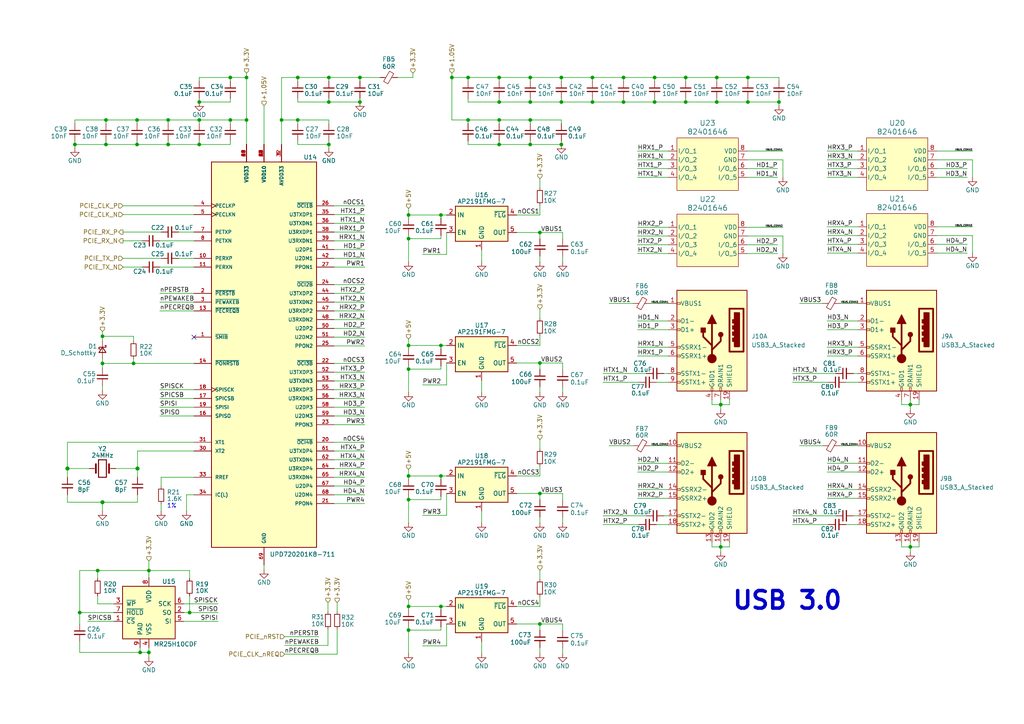
<source format=kicad_sch>
(kicad_sch (version 20230121) (generator eeschema)
  (paper "A4")
  (title_block (title "PiCubed Mainboard") (date "2024-02-27") (rev "01") (company "RExLab Carnegie Mellon University") (comment 1 "Neil Khera"))
  (lib_symbols
    (symbol "Connector:USB3_A_Stacked" (pin_names (offset 1.016))
      (property "Reference" "J" (at -10.16 15.24 0))
      (property "Value" "USB3_A_Stacked" (at 10.16 15.24 0))
      (symbol "USB3_A_Stacked_0_1"
        (pin passive line (at -5.08 -17.78 90) (length 2.54) (name "SHIELD") (number "19"))
      )
      (symbol "USB3_A_Stacked_1_1"
        (pin power_in line (at 12.7 10.16 180) (length 2.54) (name "VBUS1") (number "1"))
        (pin bidirectional line (at 12.7 5.08 180) (length 2.54) (name "D1-") (number "2"))
        (pin bidirectional line (at 12.7 2.54 180) (length 2.54) (name "D1+") (number "3"))
        (pin power_in line (at 0 -17.78 90) (length 2.54) (name "GND1") (number "4"))
        (pin output line (at 12.7 -2.54 180) (length 2.54) (name "SSRX1-") (number "5"))
        (pin output line (at 12.7 -5.08 180) (length 2.54) (name "SSRX1+") (number "6"))
        (pin passive line (at -2.54 -17.78 90) (length 2.54) (name "DRAIN1") (number "7"))
        (pin input line (at 12.7 -10.16 180) (length 2.54) (name "SSTX1-") (number "8"))
        (pin input line (at 12.7 -12.7 180) (length 2.54) (name "SSTX1+") (number "9"))
      )
      (symbol "USB3_A_Stacked_2_1"
        (pin power_in line (at 12.7 10.16 180) (length 2.54) (name "VBUS2") (number "10"))
        (pin bidirectional line (at 12.7 5.08 180) (length 2.54) (name "D2-") (number "11"))
        (pin bidirectional line (at 12.7 2.54 180) (length 2.54) (name "D2+") (number "12"))
        (pin power_in line (at 0 -17.78 90) (length 2.54) (name "GND2") (number "13"))
        (pin output line (at 12.7 -2.54 180) (length 2.54) (name "SSRX2-") (number "14"))
        (pin output line (at 12.7 -5.08 180) (length 2.54) (name "SSRX2+") (number "15"))
        (pin passive line (at -2.54 -17.78 90) (length 2.54) (name "DRAIN2") (number "16"))
        (pin input line (at 12.7 -10.16 180) (length 2.54) (name "SSTX2-") (number "17"))
        (pin input line (at 12.7 -12.7 180) (length 2.54) (name "SSTX2+") (number "18"))
      )
    )
    (symbol "Device:C_Small" (pin_numbers hide) (pin_names (offset 0.254) hide)
      (property "Reference" "C" (at 0.254 1.778 0))
      (property "Value" "C_Small" (at 0.254 -2.032 0))
      (symbol "C_Small_1_1"
        (pin passive line (at 0 2.54 270) (length 2.032) (name "~") (number "1"))
        (pin passive line (at 0 -2.54 90) (length 2.032) (name "~") (number "2"))
      )
    )
    (symbol "Device:Crystal" (pin_numbers hide) (pin_names hide)
      (property "Reference" "Y" (at 0 3.81 0))
      (property "Value" "Crystal" (at 0 -3.81 0))
      (symbol "Crystal_1_1"
        (pin passive line (at -3.81 0 0) (length 1.27) (name "1") (number "1"))
        (pin passive line (at 3.81 0 180) (length 1.27) (name "2") (number "2"))
      )
    )
    (symbol "Device:D_Schottky_Small" (pin_numbers hide) (pin_names (offset 0.254) hide)
      (property "Reference" "D" (at -1.27 2.032 0))
      (property "Value" "D_Schottky_Small" (at -7.112 -2.032 0))
      (symbol "D_Schottky_Small_1_1"
        (pin passive line (at -2.54 0 0) (length 1.778) (name "K") (number "1"))
        (pin passive line (at 2.54 0 180) (length 1.778) (name "A") (number "2"))
      )
    )
    (symbol "Device:FerriteBead_Small" (pin_numbers hide) (pin_names (offset 0))
      (property "Reference" "FB" (at 1.905 1.27 0))
      (property "Value" "FerriteBead_Small" (at 1.905 -1.27 0))
      (symbol "FerriteBead_Small_1_1"
        (pin passive line (at 0 2.54 270) (length 1.27) (name "~") (number "1"))
        (pin passive line (at 0 -2.54 90) (length 1.27) (name "~") (number "2"))
      )
    )
    (symbol "Device:R_Small" (pin_numbers hide) (pin_names (offset 0.254) hide)
      (property "Reference" "R" (at 0.762 0.508 0))
      (property "Value" "R_Small" (at 0.762 -1.016 0))
      (symbol "R_Small_1_1"
        (pin passive line (at 0 2.54 270) (length 0.762) (name "~") (number "1"))
        (pin passive line (at 0 -2.54 90) (length 0.762) (name "~") (number "2"))
      )
    )
    (symbol "Memory_NVRAM:MR25H40" (pin_names (offset 1.016))
      (property "Reference" "U" (at -7.62 8.89 0))
      (property "Value" "MR25H40" (at 1.27 8.89 0))
      (symbol "MR25H40_1_1"
        (pin input line (at -10.16 -2.54 0) (length 2.54) (name "~{CS}") (number "1"))
        (pin output line (at 10.16 0 180) (length 2.54) (name "SO") (number "2"))
        (pin input line (at -10.16 2.54 0) (length 2.54) (name "~{WP}") (number "3"))
        (pin power_in line (at 0 -10.16 90) (length 2.54) (name "VSS") (number "4"))
        (pin input line (at 10.16 -2.54 180) (length 2.54) (name "SI") (number "5"))
        (pin input line (at 10.16 2.54 180) (length 2.54) (name "SCK") (number "6"))
        (pin input line (at -10.16 0 0) (length 2.54) (name "~{HOLD}") (number "7"))
        (pin power_in line (at 0 10.16 270) (length 2.54) (name "VDD") (number "8"))
        (pin power_in line (at -2.54 -10.16 90) (length 2.54) (name "PAD") (number "9"))
      )
    )
    (symbol "PiCubed:82401646" (pin_names (offset 0.254))
      (property "Reference" "U" (at 0 11.684 0))
      (property "Value" "82401646" (at 0 9.144 0))
      (symbol "82401646_1_1"
        (pin bidirectional line (at -11.43 3.81 0) (length 2.54) (name "I/O_1") (number "1"))
        (pin bidirectional line (at -11.43 1.27 0) (length 2.54) (name "I/O_2") (number "2"))
        (pin bidirectional line (at -11.43 -1.27 0) (length 2.54) (name "I/O_3") (number "3"))
        (pin bidirectional line (at -11.43 -3.81 0) (length 2.54) (name "I/O_4") (number "4"))
        (pin bidirectional line (at 11.43 -3.81 180) (length 2.54) (name "I/O_5") (number "5"))
        (pin bidirectional line (at 11.43 -1.27 180) (length 2.54) (name "I/O_6") (number "6"))
        (pin power_out line (at 11.43 1.27 180) (length 2.54) (name "GND") (number "7"))
        (pin power_in line (at 11.43 3.81 180) (length 2.54) (name "VDD") (number "8"))
      )
    )
    (symbol "PiCubed:AP2191FMG-7"
      (property "Reference" "U" (at 0 8.382 0))
      (property "Value" "AP2191FMG-7" (at 0 6.35 0))
      (symbol "AP2191FMG-7_1_1"
        (pin power_in line (at 0 -7.62 90) (length 2.54) (name "GND") (number "1"))
        (pin power_in line (at -10.16 2.54 0) (length 2.54) (name "IN") (number "2"))
        (pin input line (at -10.16 -2.54 0) (length 2.54) (name "EN") (number "3"))
        (pin open_collector line (at 10.16 2.54 180) (length 2.54) (name "~{FLG}") (number "4"))
        (pin power_out line (at 10.16 -2.54 180) (length 2.54) (name "OUT") (number "5"))
        (pin power_out line (at 10.16 -2.54 180) (length 2.54) hide (name "OUT") (number "6"))
        (pin power_in line (at 0 -7.62 90) (length 2.54) hide (name "GND") (number "7"))
      )
    )
    (symbol "PiCubed:UPD720201K8-701-BAC-A" (pin_names (offset 1.016))
      (property "Reference" "U" (at -15.24 59.69 0))
      (property "Value" "UPD720201K8-701-BAC-A" (at 0.762 -55.88 0))
      (symbol "UPD720201K8-701-BAC-A_0_0"
        (pin output line (at -20.32 7.62 0) (length 5.08) (name "~{SMIB}") (number "1"))
        (pin input line (at -20.32 30.48 0) (length 5.08) (name "PERXP") (number "10"))
        (pin input line (at -20.32 27.94 0) (length 5.08) (name "PERXN") (number "11"))
        (pin power_in line (at 0 63.5 270) (length 5.08) (name "VDD10") (number "12"))
        (pin output line (at -20.32 15.24 0) (length 5.08) (name "~{PECREQB}") (number "13"))
        (pin input line (at -20.32 0 0) (length 5.08) (name "~{PONRSTB}") (number "14"))
        (pin power_in line (at -5.08 63.5 270) (length 5.08) (name "VDD33") (number "15"))
        (pin input line (at -20.32 -15.24 0) (length 5.08) (name "SPISO") (number "16"))
        (pin output line (at -20.32 -10.16 0) (length 5.08) (name "SPICSB") (number "17"))
        (pin output clock (at -20.32 -7.62 0) (length 5.08) (name "SPISCK") (number "18"))
        (pin output line (at -20.32 -12.7 0) (length 5.08) (name "SPISI") (number "19"))
        (pin input line (at -20.32 20.32 0) (length 5.08) (name "~{PERSTB}") (number "2"))
        (pin input line (at 20.32 -22.86 180) (length 5.08) (name "~{OCI4B}") (number "20"))
        (pin output line (at 20.32 -40.64 180) (length 5.08) (name "PPON4") (number "21"))
        (pin input line (at 20.32 0 180) (length 5.08) (name "~{OCI3B}") (number "22"))
        (pin output line (at 20.32 -17.78 180) (length 5.08) (name "PPON3") (number "23"))
        (pin input line (at 20.32 22.86 180) (length 5.08) (name "~{OCI2B}") (number "24"))
        (pin output line (at 20.32 5.08 180) (length 5.08) (name "PPON2") (number "25"))
        (pin input line (at 20.32 45.72 180) (length 5.08) (name "~{OCI1B}") (number "26"))
        (pin output line (at 20.32 27.94 180) (length 5.08) (name "PPON1") (number "27"))
        (pin power_in line (at 0 63.5 270) (length 5.08) (name "VDD10") (number "28"))
        (pin power_in line (at -5.08 63.5 270) (length 5.08) (name "VDD33") (number "29"))
        (pin output line (at -20.32 17.78 0) (length 5.08) (name "~{PEWAKEB}") (number "3"))
        (pin output line (at -20.32 -25.4 0) (length 5.08) (name "XT2") (number "30"))
        (pin input line (at -20.32 -22.86 0) (length 5.08) (name "XT1") (number "31"))
        (pin power_in line (at 5.08 63.5 270) (length 5.08) (name "AVDD33") (number "32"))
        (pin passive line (at -20.32 -33.02 0) (length 5.08) (name "RREF") (number "33"))
        (pin input line (at -20.32 -38.1 0) (length 5.08) (name "IC(L)") (number "34"))
        (pin output line (at 20.32 43.18 180) (length 5.08) (name "U3TXDP1") (number "35"))
        (pin output line (at 20.32 40.64 180) (length 5.08) (name "U3TXDN1") (number "36"))
        (pin power_in line (at 0 63.5 270) (length 5.08) (name "VDD10") (number "37"))
        (pin input line (at 20.32 38.1 180) (length 5.08) (name "U3RXDP1") (number "38"))
        (pin input line (at 20.32 35.56 180) (length 5.08) (name "U3RXDN1") (number "39"))
        (pin input clock (at -20.32 45.72 0) (length 5.08) (name "PECLKP") (number "4"))
        (pin power_in line (at -5.08 63.5 270) (length 5.08) (name "VDD33") (number "40"))
        (pin bidirectional line (at 20.32 33.02 180) (length 5.08) (name "U2DP1") (number "41"))
        (pin bidirectional line (at 20.32 30.48 180) (length 5.08) (name "U2DM1") (number "42"))
        (pin power_in line (at 0 63.5 270) (length 5.08) (name "VDD10") (number "43"))
        (pin output line (at 20.32 20.32 180) (length 5.08) (name "U3TXDP2") (number "44"))
        (pin output line (at 20.32 17.78 180) (length 5.08) (name "U3TXDN2") (number "45"))
        (pin power_in line (at 0 63.5 270) (length 5.08) (name "VDD10") (number "46"))
        (pin input line (at 20.32 15.24 180) (length 5.08) (name "U3RXDP2") (number "47"))
        (pin input line (at 20.32 12.7 180) (length 5.08) (name "U3RXDN2") (number "48"))
        (pin power_in line (at -5.08 63.5 270) (length 5.08) (name "VDD33") (number "49"))
        (pin input clock (at -20.32 43.18 0) (length 5.08) (name "PECLKN") (number "5"))
        (pin bidirectional line (at 20.32 10.16 180) (length 5.08) (name "U2DP2") (number "50"))
        (pin bidirectional line (at 20.32 7.62 180) (length 5.08) (name "U2DM2") (number "51"))
        (pin output line (at 20.32 -2.54 180) (length 5.08) (name "U3TXDP3") (number "52"))
        (pin output line (at 20.32 -5.08 180) (length 5.08) (name "U3TXDN3") (number "53"))
        (pin power_in line (at 0 63.5 270) (length 5.08) (name "VDD10") (number "54"))
        (pin input line (at 20.32 -7.62 180) (length 5.08) (name "U3RXDP3") (number "55"))
        (pin input line (at 20.32 -10.16 180) (length 5.08) (name "U3RXDN3") (number "56"))
        (pin power_in line (at -5.08 63.5 270) (length 5.08) (name "VDD33") (number "57"))
        (pin bidirectional line (at 20.32 -12.7 180) (length 5.08) (name "U2DP3") (number "58"))
        (pin bidirectional line (at 20.32 -15.24 180) (length 5.08) (name "U2DM3") (number "59"))
        (pin power_in line (at 5.08 63.5 270) (length 5.08) (name "AVDD33") (number "6"))
        (pin power_in line (at 0 63.5 270) (length 5.08) (name "VDD10") (number "60"))
        (pin output line (at 20.32 -25.4 180) (length 5.08) (name "U3TXDP4") (number "61"))
        (pin output line (at 20.32 -27.94 180) (length 5.08) (name "U3TXDN4") (number "62"))
        (pin power_in line (at 0 63.5 270) (length 5.08) (name "VDD10") (number "63"))
        (pin input line (at 20.32 -30.48 180) (length 5.08) (name "U3RXDP4") (number "64"))
        (pin input line (at 20.32 -33.02 180) (length 5.08) (name "U3RXDN4") (number "65"))
        (pin power_in line (at -5.08 63.5 270) (length 5.08) (name "VDD33") (number "66"))
        (pin bidirectional line (at 20.32 -35.56 180) (length 5.08) (name "U2DP4") (number "67"))
        (pin bidirectional line (at 20.32 -38.1 180) (length 5.08) (name "U2DM4") (number "68"))
        (pin power_in line (at 0 -58.42 90) (length 5.08) (name "GND") (number "69"))
        (pin output line (at -20.32 38.1 0) (length 5.08) (name "PETXP") (number "7"))
        (pin output line (at -20.32 35.56 0) (length 5.08) (name "PETXN") (number "8"))
        (pin power_in line (at 0 63.5 270) (length 5.08) (name "VDD10") (number "9"))
      )
    )
    (symbol "power:GND" (power) (pin_names (offset 0))
      (property "Value" "GND" (at 0 -3.81 0))
      (symbol "GND_1_1"
        (pin power_in line (at 0 0 270) (length 0) hide (name "GND") (number "1"))
      )
    )
  )
  (junction (at 207.899 29.591))
  (junction (at 144.78 41.91))
  (junction (at 118.491 107.061))
  (junction (at 127.889 62.357))
  (junction (at 39.751 34.798))
  (junction (at 29.718 97.536))
  (junction (at 19.558 135.89) (diameter 1.016))
  (junction (at 48.768 41.91))
  (junction (at 81.661 34.798))
  (junction (at 264.033 117.348))
  (junction (at 198.882 29.591))
  (junction (at 39.751 41.91))
  (junction (at 153.797 34.798))
  (junction (at 209.042 117.348))
  (junction (at 28.321 165.481))
  (junction (at 95.377 41.91))
  (junction (at 156.591 180.975))
  (junction (at 156.591 105.283))
  (junction (at 57.785 29.591))
  (junction (at 21.717 41.91))
  (junction (at 57.785 34.798))
  (junction (at 54.991 177.673))
  (junction (at 118.491 144.907))
  (junction (at 23.114 177.673))
  (junction (at 156.591 143.129))
  (junction (at 135.763 22.479))
  (junction (at 153.797 29.591))
  (junction (at 66.802 34.798))
  (junction (at 30.734 41.91))
  (junction (at 66.802 22.479))
  (junction (at 180.848 29.591))
  (junction (at 127.889 175.895))
  (junction (at 118.491 175.895))
  (junction (at 127.889 100.203))
  (junction (at 216.916 22.479))
  (junction (at 86.36 34.798))
  (junction (at 171.831 29.591))
  (junction (at 131.064 22.479))
  (junction (at 144.78 34.798))
  (junction (at 29.718 145.669) (diameter 1.016))
  (junction (at 225.933 29.591))
  (junction (at 104.394 29.591))
  (junction (at 144.78 22.479))
  (junction (at 135.763 34.798))
  (junction (at 118.491 182.753))
  (junction (at 71.501 34.798))
  (junction (at 127.889 138.049))
  (junction (at 207.899 22.479))
  (junction (at 162.814 29.591))
  (junction (at 95.377 29.591))
  (junction (at 48.768 34.798))
  (junction (at 162.814 41.91))
  (junction (at 38.735 105.41))
  (junction (at 189.865 29.591))
  (junction (at 153.797 41.91))
  (junction (at 104.394 22.479))
  (junction (at 144.78 29.591))
  (junction (at 118.491 138.049))
  (junction (at 40.64 189.23))
  (junction (at 86.36 22.479))
  (junction (at 209.042 158.623))
  (junction (at 153.797 22.479))
  (junction (at 95.377 22.479))
  (junction (at 189.865 22.479))
  (junction (at 216.916 29.591))
  (junction (at 43.18 189.23))
  (junction (at 180.848 22.479))
  (junction (at 118.491 62.357))
  (junction (at 29.718 105.41))
  (junction (at 30.734 34.798))
  (junction (at 156.591 67.437))
  (junction (at 198.882 22.479))
  (junction (at 171.831 22.479))
  (junction (at 264.033 158.623))
  (junction (at 118.491 100.203))
  (junction (at 57.785 41.91))
  (junction (at 39.878 135.89) (diameter 1.016))
  (junction (at 118.491 69.215))
  (junction (at 71.501 22.479))
  (junction (at 162.814 22.479))
  (junction (at 43.18 165.481))
  (no_connect (at 56.261 97.79))
  (wire (pts (xy 271.653 46.355) (xy 282.067 46.355)))
  (wire (pts (xy 264.033 158.623) (xy 266.573 158.623)))
  (wire (pts (xy 248.793 95.631) (xy 239.903 95.631)))
  (wire (pts (xy 162.814 34.798) (xy 162.814 35.814)))
  (wire (pts (xy 156.591 69.215) (xy 156.591 67.437)))
  (wire (pts (xy 57.785 40.894) (xy 57.785 41.91)))
  (wire (pts (xy 95.377 34.798) (xy 95.377 35.814)))
  (wire (pts (xy 96.901 97.79) (xy 105.791 97.79)))
  (wire (pts (xy 35.687 67.31) (xy 46.736 67.31)))
  (wire (pts (xy 153.797 28.575) (xy 153.797 29.591)))
  (wire (pts (xy 96.901 87.63) (xy 105.791 87.63)))
  (wire (pts (xy 127.889 138.049) (xy 129.54 138.049)))
  (wire (pts (xy 48.768 40.894) (xy 48.768 41.91)))
  (wire (pts (xy 86.36 34.798) (xy 86.36 35.814)))
  (wire (pts (xy 231.902 88.011) (xy 238.633 88.011)))
  (wire (pts (xy 193.802 103.251) (xy 184.912 103.251)))
  (wire (pts (xy 131.064 21.209) (xy 131.064 22.479)))
  (wire (pts (xy 96.901 105.41) (xy 105.791 105.41)))
  (wire (pts (xy 35.687 62.23) (xy 56.261 62.23)))
  (wire (pts (xy 56.261 138.43) (xy 46.736 138.43)))
  (wire (pts (xy 43.18 187.833) (xy 43.18 189.23)))
  (wire (pts (xy 96.901 115.57) (xy 105.791 115.57)))
  (wire (pts (xy 163.195 112.268) (xy 163.195 113.792)))
  (wire (pts (xy 51.816 74.93) (xy 56.261 74.93)))
  (wire (pts (xy 21.717 41.91) (xy 21.717 42.926)))
  (wire (pts (xy 216.662 65.913) (xy 227.076 65.913)))
  (wire (pts (xy 162.814 22.479) (xy 171.831 22.479)))
  (wire (pts (xy 229.87 152.146) (xy 240.284 152.146)))
  (wire (pts (xy 189.865 22.479) (xy 189.865 23.495)))
  (wire (pts (xy 135.763 40.894) (xy 135.763 41.91)))
  (wire (pts (xy 163.195 69.342) (xy 163.195 67.437)))
  (wire (pts (xy 71.501 21.209) (xy 71.501 22.479)))
  (wire (pts (xy 135.763 34.798) (xy 131.064 34.798)))
  (wire (pts (xy 193.802 134.366) (xy 184.912 134.366)))
  (wire (pts (xy 174.879 110.871) (xy 185.293 110.871)))
  (wire (pts (xy 193.802 43.815) (xy 184.912 43.815)))
  (wire (pts (xy 46.355 90.17) (xy 56.261 90.17)))
  (wire (pts (xy 149.86 100.203) (xy 156.591 100.203)))
  (wire (pts (xy 129.54 73.787) (xy 129.54 67.437)))
  (wire (pts (xy 118.491 182.753) (xy 118.491 189.484)))
  (wire (pts (xy 188.722 129.286) (xy 193.802 129.286)))
  (wire (pts (xy 271.653 68.326) (xy 282.067 68.326)))
  (wire (pts (xy 248.793 70.866) (xy 239.903 70.866)))
  (wire (pts (xy 216.916 22.479) (xy 216.916 23.495)))
  (wire (pts (xy 118.491 98.298) (xy 118.491 100.203)))
  (wire (pts (xy 248.793 73.406) (xy 239.903 73.406)))
  (wire (pts (xy 149.86 180.975) (xy 156.591 180.975)))
  (wire (pts (xy 95.377 28.575) (xy 95.377 29.591)))
  (wire (pts (xy 261.493 117.348) (xy 261.493 115.951)))
  (wire (pts (xy 156.591 74.295) (xy 156.591 75.946)))
  (wire (pts (xy 192.532 149.606) (xy 193.802 149.606)))
  (wire (pts (xy 209.042 158.623) (xy 206.502 158.623)))
  (wire (pts (xy 193.802 68.453) (xy 184.912 68.453)))
  (wire (pts (xy 23.114 177.673) (xy 23.114 180.975)))
  (wire (pts (xy 54.102 143.51) (xy 56.261 143.51)))
  (wire (pts (xy 135.763 41.91) (xy 144.78 41.91)))
  (wire (pts (xy 28.321 165.481) (xy 23.114 165.481)))
  (wire (pts (xy 153.797 34.798) (xy 162.814 34.798)))
  (wire (pts (xy 57.785 41.91) (xy 48.768 41.91)))
  (wire (pts (xy 81.661 22.479) (xy 81.661 34.798)))
  (wire (pts (xy 209.042 158.623) (xy 209.042 160.02)))
  (wire (pts (xy 144.78 34.798) (xy 153.797 34.798)))
  (wire (pts (xy 129.54 187.325) (xy 122.555 187.325)))
  (wire (pts (xy 43.18 189.23) (xy 40.64 189.23)))
  (wire (pts (xy 127.889 100.203) (xy 127.889 101.092)))
  (wire (pts (xy 86.36 22.479) (xy 81.661 22.479)))
  (wire (pts (xy 248.793 144.526) (xy 239.903 144.526)))
  (wire (pts (xy 248.793 134.366) (xy 239.903 134.366)))
  (wire (pts (xy 209.042 117.348) (xy 206.502 117.348)))
  (wire (pts (xy 39.751 34.798) (xy 30.734 34.798)))
  (wire (pts (xy 118.491 144.907) (xy 118.491 144.018)))
  (wire (pts (xy 129.54 111.633) (xy 122.555 111.633)))
  (wire (pts (xy 149.86 138.049) (xy 156.591 138.049)))
  (wire (pts (xy 129.54 73.787) (xy 122.555 73.787)))
  (wire (pts (xy 118.491 107.061) (xy 118.491 106.172)))
  (wire (pts (xy 35.687 69.85) (xy 41.275 69.85)))
  (wire (pts (xy 153.797 22.479) (xy 153.797 23.495)))
  (wire (pts (xy 46.355 115.57) (xy 56.261 115.57)))
  (wire (pts (xy 163.195 187.96) (xy 163.195 189.484)))
  (wire (pts (xy 104.394 28.575) (xy 104.394 29.591)))
  (wire (pts (xy 163.195 107.188) (xy 163.195 105.283)))
  (wire (pts (xy 118.491 136.144) (xy 118.491 138.049)))
  (wire (pts (xy 29.718 145.669) (xy 39.878 145.669)))
  (wire (pts (xy 190.373 110.871) (xy 193.802 110.871)))
  (wire (pts (xy 271.653 51.435) (xy 280.543 51.435)))
  (wire (pts (xy 104.394 22.479) (xy 104.394 23.495)))
  (wire (pts (xy 86.36 22.479) (xy 86.36 23.495)))
  (wire (pts (xy 211.582 158.623) (xy 211.582 157.226)))
  (wire (pts (xy 139.7 72.517) (xy 139.7 75.946)))
  (wire (pts (xy 25.4 180.213) (xy 33.02 180.213)))
  (wire (pts (xy 66.802 29.591) (xy 57.785 29.591)))
  (wire (pts (xy 54.991 172.847) (xy 54.991 177.673)))
  (wire (pts (xy 56.261 130.81) (xy 39.878 130.81)))
  (wire (pts (xy 29.718 105.41) (xy 29.718 106.807)))
  (wire (pts (xy 129.54 149.479) (xy 122.555 149.479)))
  (wire (pts (xy 39.878 135.89) (xy 39.878 138.43)))
  (wire (pts (xy 153.797 40.894) (xy 153.797 41.91)))
  (wire (pts (xy 163.195 182.88) (xy 163.195 180.975)))
  (wire (pts (xy 135.763 22.479) (xy 144.78 22.479)))
  (wire (pts (xy 282.067 46.355) (xy 282.067 51.435)))
  (wire (pts (xy 66.802 22.479) (xy 66.802 23.495)))
  (wire (pts (xy 144.78 34.798) (xy 144.78 35.814)))
  (wire (pts (xy 28.321 165.481) (xy 28.321 167.767)))
  (wire (pts (xy 46.355 69.85) (xy 56.261 69.85)))
  (wire (pts (xy 118.491 69.215) (xy 118.491 68.326)))
  (wire (pts (xy 46.736 138.43) (xy 46.736 141.097)))
  (wire (pts (xy 66.802 34.798) (xy 57.785 34.798)))
  (wire (pts (xy 127.889 62.357) (xy 129.54 62.357)))
  (wire (pts (xy 118.491 69.215) (xy 118.491 75.946)))
  (wire (pts (xy 144.78 22.479) (xy 153.797 22.479)))
  (wire (pts (xy 118.491 62.357) (xy 118.491 63.246)))
  (wire (pts (xy 176.657 88.011) (xy 183.642 88.011)))
  (wire (pts (xy 127.889 106.172) (xy 127.889 107.061)))
  (wire (pts (xy 86.36 40.894) (xy 86.36 41.91)))
  (wire (pts (xy 127.889 144.018) (xy 127.889 144.907)))
  (wire (pts (xy 231.902 129.286) (xy 238.633 129.286)))
  (wire (pts (xy 118.491 100.203) (xy 127.889 100.203)))
  (wire (pts (xy 139.7 148.209) (xy 139.7 151.638)))
  (wire (pts (xy 162.814 22.479) (xy 162.814 23.495)))
  (wire (pts (xy 48.768 41.91) (xy 39.751 41.91)))
  (wire (pts (xy 162.814 29.591) (xy 171.831 29.591)))
  (wire (pts (xy 153.797 34.798) (xy 153.797 35.814)))
  (wire (pts (xy 264.033 117.348) (xy 264.033 118.745)))
  (wire (pts (xy 97.79 174.752) (xy 97.79 177.419)))
  (wire (pts (xy 271.653 43.815) (xy 282.067 43.815)))
  (wire (pts (xy 156.591 180.975) (xy 163.195 180.975)))
  (wire (pts (xy 46.355 120.65) (xy 56.261 120.65)))
  (wire (pts (xy 95.123 174.752) (xy 95.123 177.419)))
  (wire (pts (xy 163.195 74.422) (xy 163.195 75.946)))
  (wire (pts (xy 39.878 143.51) (xy 39.878 145.669)))
  (wire (pts (xy 66.802 22.479) (xy 57.785 22.479)))
  (wire (pts (xy 96.901 82.55) (xy 105.791 82.55)))
  (wire (pts (xy 206.502 117.348) (xy 206.502 115.951)))
  (wire (pts (xy 119.761 22.479) (xy 115.316 22.479)))
  (wire (pts (xy 229.87 110.871) (xy 240.284 110.871)))
  (wire (pts (xy 95.123 182.499) (xy 95.123 187.198)))
  (wire (pts (xy 248.793 43.815) (xy 239.903 43.815)))
  (wire (pts (xy 264.033 157.226) (xy 264.033 158.623)))
  (wire (pts (xy 76.581 163.83) (xy 76.581 165.227)))
  (wire (pts (xy 28.321 172.847) (xy 28.321 175.133)))
  (wire (pts (xy 193.802 93.091) (xy 184.912 93.091)))
  (wire (pts (xy 54.991 177.673) (xy 53.34 177.673)))
  (wire (pts (xy 54.102 143.51) (xy 54.102 148.209)))
  (wire (pts (xy 156.591 127.508) (xy 156.591 130.175)))
  (wire (pts (xy 127.889 182.753) (xy 118.491 182.753)))
  (wire (pts (xy 118.491 107.061) (xy 118.491 113.792)))
  (wire (pts (xy 271.653 65.786) (xy 282.067 65.786)))
  (wire (pts (xy 198.882 22.479) (xy 198.882 23.495)))
  (wire (pts (xy 216.662 48.895) (xy 225.552 48.895)))
  (wire (pts (xy 139.7 110.363) (xy 139.7 113.792)))
  (wire (pts (xy 96.901 72.39) (xy 105.791 72.39)))
  (wire (pts (xy 118.491 138.049) (xy 127.889 138.049)))
  (wire (pts (xy 96.901 100.33) (xy 105.791 100.33)))
  (wire (pts (xy 149.86 67.437) (xy 156.591 67.437)))
  (wire (pts (xy 66.802 22.479) (xy 71.501 22.479)))
  (wire (pts (xy 29.718 98.933) (xy 29.718 97.536)))
  (wire (pts (xy 248.793 51.435) (xy 239.903 51.435)))
  (wire (pts (xy 95.377 40.894) (xy 95.377 41.91)))
  (wire (pts (xy 209.042 117.348) (xy 211.582 117.348)))
  (wire (pts (xy 163.195 145.034) (xy 163.195 143.129)))
  (wire (pts (xy 71.501 22.479) (xy 71.501 34.798)))
  (wire (pts (xy 96.901 74.93) (xy 105.791 74.93)))
  (wire (pts (xy 156.591 89.662) (xy 156.591 92.329)))
  (wire (pts (xy 30.734 34.798) (xy 30.734 35.814)))
  (wire (pts (xy 40.64 189.23) (xy 40.64 187.833)))
  (wire (pts (xy 127.889 175.895) (xy 127.889 176.784)))
  (wire (pts (xy 174.879 108.331) (xy 187.452 108.331)))
  (wire (pts (xy 243.713 88.011) (xy 248.793 88.011)))
  (wire (pts (xy 97.79 182.499) (xy 97.79 189.738)))
  (wire (pts (xy 96.901 128.27) (xy 105.791 128.27)))
  (wire (pts (xy 66.802 34.798) (xy 66.802 35.814)))
  (wire (pts (xy 156.591 187.833) (xy 156.591 189.484)))
  (wire (pts (xy 63.246 175.133) (xy 53.34 175.133)))
  (wire (pts (xy 38.735 104.013) (xy 38.735 105.41)))
  (wire (pts (xy 156.591 144.907) (xy 156.591 143.129)))
  (wire (pts (xy 118.491 182.753) (xy 118.491 181.864)))
  (wire (pts (xy 216.662 51.435) (xy 225.552 51.435)))
  (wire (pts (xy 264.033 158.623) (xy 261.493 158.623)))
  (wire (pts (xy 193.802 136.906) (xy 184.912 136.906)))
  (wire (pts (xy 156.591 182.753) (xy 156.591 180.975)))
  (wire (pts (xy 243.713 129.286) (xy 248.793 129.286)))
  (wire (pts (xy 81.661 34.798) (xy 81.661 41.91)))
  (wire (pts (xy 180.848 22.479) (xy 189.865 22.479)))
  (wire (pts (xy 96.901 135.89) (xy 105.791 135.89)))
  (wire (pts (xy 162.814 28.575) (xy 162.814 29.591)))
  (wire (pts (xy 38.735 97.536) (xy 38.735 98.933)))
  (wire (pts (xy 209.042 157.226) (xy 209.042 158.623)))
  (wire (pts (xy 96.901 85.09) (xy 105.791 85.09)))
  (wire (pts (xy 156.591 149.987) (xy 156.591 151.638)))
  (wire (pts (xy 193.802 48.895) (xy 184.912 48.895)))
  (wire (pts (xy 192.532 108.331) (xy 193.802 108.331)))
  (wire (pts (xy 118.491 62.357) (xy 127.889 62.357)))
  (wire (pts (xy 193.802 46.355) (xy 184.912 46.355)))
  (wire (pts (xy 29.718 104.013) (xy 29.718 105.41)))
  (wire (pts (xy 144.78 22.479) (xy 144.78 23.495)))
  (wire (pts (xy 82.55 189.738) (xy 97.79 189.738)))
  (wire (pts (xy 248.793 103.251) (xy 239.903 103.251)))
  (wire (pts (xy 96.901 123.19) (xy 105.791 123.19)))
  (wire (pts (xy 193.802 141.986) (xy 184.912 141.986)))
  (wire (pts (xy 156.591 105.283) (xy 163.195 105.283)))
  (wire (pts (xy 171.831 22.479) (xy 180.848 22.479)))
  (wire (pts (xy 38.735 105.41) (xy 56.261 105.41)))
  (wire (pts (xy 190.373 152.146) (xy 193.802 152.146)))
  (wire (pts (xy 46.355 87.63) (xy 56.261 87.63)))
  (wire (pts (xy 149.86 105.283) (xy 156.591 105.283)))
  (wire (pts (xy 66.802 41.91) (xy 57.785 41.91)))
  (wire (pts (xy 156.591 138.049) (xy 156.591 135.255)))
  (wire (pts (xy 216.662 73.533) (xy 225.552 73.533)))
  (wire (pts (xy 271.653 73.406) (xy 280.543 73.406)))
  (wire (pts (xy 96.901 113.03) (xy 105.791 113.03)))
  (wire (pts (xy 248.793 141.986) (xy 239.903 141.986)))
  (wire (pts (xy 57.785 22.479) (xy 57.785 23.495)))
  (wire (pts (xy 193.802 95.631) (xy 184.912 95.631)))
  (wire (pts (xy 35.687 77.47) (xy 41.275 77.47)))
  (wire (pts (xy 153.797 29.591) (xy 162.814 29.591)))
  (wire (pts (xy 245.364 152.146) (xy 248.793 152.146)))
  (wire (pts (xy 43.18 165.481) (xy 43.18 167.513)))
  (wire (pts (xy 118.491 60.452) (xy 118.491 62.357)))
  (wire (pts (xy 156.591 62.357) (xy 156.591 59.563)))
  (wire (pts (xy 264.033 158.623) (xy 264.033 160.02)))
  (wire (pts (xy 209.042 158.623) (xy 211.582 158.623)))
  (wire (pts (xy 198.882 22.479) (xy 207.899 22.479)))
  (wire (pts (xy 129.54 187.325) (xy 129.54 180.975)))
  (wire (pts (xy 248.793 93.091) (xy 239.903 93.091)))
  (wire (pts (xy 19.558 143.51) (xy 19.558 145.669)))
  (wire (pts (xy 248.793 46.355) (xy 239.903 46.355)))
  (wire (pts (xy 131.064 22.479) (xy 135.763 22.479)))
  (wire (pts (xy 129.54 149.479) (xy 129.54 143.129)))
  (wire (pts (xy 71.501 34.798) (xy 71.501 41.91)))
  (wire (pts (xy 153.797 41.91) (xy 162.814 41.91)))
  (wire (pts (xy 264.033 117.348) (xy 261.493 117.348)))
  (wire (pts (xy 118.491 173.99) (xy 118.491 175.895)))
  (wire (pts (xy 131.064 22.479) (xy 131.064 34.798)))
  (wire (pts (xy 156.591 175.895) (xy 156.591 173.101)))
  (wire (pts (xy 118.491 138.049) (xy 118.491 138.938)))
  (wire (pts (xy 30.734 40.894) (xy 30.734 41.91)))
  (wire (pts (xy 29.718 111.887) (xy 29.718 113.284)))
  (wire (pts (xy 56.261 128.27) (xy 19.558 128.27)))
  (wire (pts (xy 153.797 22.479) (xy 162.814 22.479)))
  (wire (pts (xy 156.591 67.437) (xy 163.195 67.437)))
  (wire (pts (xy 198.882 29.591) (xy 207.899 29.591)))
  (wire (pts (xy 171.831 28.575) (xy 171.831 29.591)))
  (wire (pts (xy 216.662 68.453) (xy 227.076 68.453)))
  (wire (pts (xy 96.901 138.43) (xy 105.791 138.43)))
  (wire (pts (xy 127.889 107.061) (xy 118.491 107.061)))
  (wire (pts (xy 29.718 105.41) (xy 38.735 105.41)))
  (wire (pts (xy 96.901 118.11) (xy 105.791 118.11)))
  (wire (pts (xy 19.558 135.89) (xy 19.558 138.43)))
  (wire (pts (xy 96.901 64.77) (xy 105.791 64.77)))
  (wire (pts (xy 180.848 29.591) (xy 189.865 29.591)))
  (wire (pts (xy 207.899 28.575) (xy 207.899 29.591)))
  (wire (pts (xy 171.831 29.591) (xy 180.848 29.591)))
  (wire (pts (xy 163.195 150.114) (xy 163.195 151.638)))
  (wire (pts (xy 248.793 100.711) (xy 239.903 100.711)))
  (wire (pts (xy 19.558 128.27) (xy 19.558 135.89)))
  (wire (pts (xy 48.768 34.798) (xy 48.768 35.814)))
  (wire (pts (xy 216.916 29.591) (xy 225.933 29.591)))
  (wire (pts (xy 95.377 22.479) (xy 86.36 22.479)))
  (wire (pts (xy 118.491 144.907) (xy 118.491 151.638)))
  (wire (pts (xy 71.501 34.798) (xy 66.802 34.798)))
  (wire (pts (xy 96.901 67.31) (xy 105.791 67.31)))
  (wire (pts (xy 229.87 108.331) (xy 242.443 108.331)))
  (wire (pts (xy 39.751 40.894) (xy 39.751 41.91)))
  (wire (pts (xy 48.768 34.798) (xy 39.751 34.798)))
  (wire (pts (xy 189.865 28.575) (xy 189.865 29.591)))
  (wire (pts (xy 225.933 28.575) (xy 225.933 29.591)))
  (wire (pts (xy 135.763 22.479) (xy 135.763 23.495)))
  (wire (pts (xy 266.573 158.623) (xy 266.573 157.226)))
  (wire (pts (xy 156.591 51.816) (xy 156.591 54.483)))
  (wire (pts (xy 57.785 34.798) (xy 57.785 35.814)))
  (wire (pts (xy 135.763 34.798) (xy 144.78 34.798)))
  (wire (pts (xy 46.355 85.09) (xy 56.261 85.09)))
  (wire (pts (xy 264.033 115.951) (xy 264.033 117.348)))
  (wire (pts (xy 149.86 62.357) (xy 156.591 62.357)))
  (wire (pts (xy 271.653 48.895) (xy 280.543 48.895)))
  (wire (pts (xy 207.899 22.479) (xy 207.899 23.495)))
  (wire (pts (xy 96.901 107.95) (xy 105.791 107.95)))
  (wire (pts (xy 23.114 177.673) (xy 33.02 177.673)))
  (wire (pts (xy 127.889 100.203) (xy 129.54 100.203)))
  (wire (pts (xy 248.793 136.906) (xy 239.903 136.906)))
  (wire (pts (xy 247.523 149.606) (xy 248.793 149.606)))
  (wire (pts (xy 96.901 69.85) (xy 105.791 69.85)))
  (wire (pts (xy 174.879 152.146) (xy 185.293 152.146)))
  (wire (pts (xy 95.377 22.479) (xy 95.377 23.495)))
  (wire (pts (xy 127.889 144.907) (xy 118.491 144.907)))
  (wire (pts (xy 144.78 41.91) (xy 153.797 41.91)))
  (wire (pts (xy 86.36 28.575) (xy 86.36 29.591)))
  (wire (pts (xy 198.882 28.575) (xy 198.882 29.591)))
  (wire (pts (xy 127.889 138.049) (xy 127.889 138.938)))
  (wire (pts (xy 156.591 165.354) (xy 156.591 168.021)))
  (wire (pts (xy 39.751 34.798) (xy 39.751 35.814)))
  (wire (pts (xy 82.55 187.198) (xy 95.123 187.198)))
  (wire (pts (xy 29.718 97.536) (xy 38.735 97.536)))
  (wire (pts (xy 86.36 34.798) (xy 95.377 34.798)))
  (wire (pts (xy 39.751 41.91) (xy 30.734 41.91)))
  (wire (pts (xy 266.573 117.348) (xy 266.573 115.951)))
  (wire (pts (xy 23.114 189.23) (xy 40.64 189.23)))
  (wire (pts (xy 149.86 175.895) (xy 156.591 175.895)))
  (wire (pts (xy 95.377 41.91) (xy 95.377 42.926)))
  (wire (pts (xy 174.879 149.606) (xy 187.452 149.606)))
  (wire (pts (xy 129.54 111.633) (xy 129.54 105.283)))
  (wire (pts (xy 156.591 112.141) (xy 156.591 113.792)))
  (wire (pts (xy 176.657 129.286) (xy 183.642 129.286)))
  (wire (pts (xy 46.355 77.47) (xy 56.261 77.47)))
  (wire (pts (xy 96.901 110.49) (xy 105.791 110.49)))
  (wire (pts (xy 46.736 146.177) (xy 46.736 148.209)))
  (wire (pts (xy 247.523 108.331) (xy 248.793 108.331)))
  (wire (pts (xy 139.7 186.055) (xy 139.7 189.484)))
  (wire (pts (xy 216.662 46.355) (xy 227.076 46.355)))
  (wire (pts (xy 66.802 40.894) (xy 66.802 41.91)))
  (wire (pts (xy 135.763 29.591) (xy 144.78 29.591)))
  (wire (pts (xy 19.558 145.669) (xy 29.718 145.669)))
  (wire (pts (xy 96.901 95.25) (xy 105.791 95.25)))
  (wire (pts (xy 127.889 69.215) (xy 118.491 69.215)))
  (wire (pts (xy 156.591 107.061) (xy 156.591 105.283)))
  (wire (pts (xy 57.785 34.798) (xy 48.768 34.798)))
  (wire (pts (xy 207.899 22.479) (xy 216.916 22.479)))
  (wire (pts (xy 227.076 46.355) (xy 227.076 51.435)))
  (wire (pts (xy 96.901 130.81) (xy 105.791 130.81)))
  (wire (pts (xy 193.802 70.993) (xy 184.912 70.993)))
  (wire (pts (xy 30.734 41.91) (xy 21.717 41.91)))
  (wire (pts (xy 96.901 59.69) (xy 105.791 59.69)))
  (wire (pts (xy 76.581 30.607) (xy 76.581 41.91)))
  (wire (pts (xy 86.36 41.91) (xy 95.377 41.91)))
  (wire (pts (xy 33.528 135.89) (xy 39.878 135.89)))
  (wire (pts (xy 149.86 143.129) (xy 156.591 143.129)))
  (wire (pts (xy 248.793 68.326) (xy 239.903 68.326)))
  (wire (pts (xy 193.802 51.435) (xy 184.912 51.435)))
  (wire (pts (xy 211.582 117.348) (xy 211.582 115.951)))
  (wire (pts (xy 96.901 133.35) (xy 105.791 133.35)))
  (wire (pts (xy 193.802 65.913) (xy 184.912 65.913)))
  (wire (pts (xy 261.493 158.623) (xy 261.493 157.226)))
  (wire (pts (xy 248.793 65.786) (xy 239.903 65.786)))
  (wire (pts (xy 82.55 184.658) (xy 92.456 184.658)))
  (wire (pts (xy 96.901 120.65) (xy 105.791 120.65)))
  (wire (pts (xy 189.865 22.479) (xy 198.882 22.479)))
  (wire (pts (xy 271.653 70.866) (xy 280.543 70.866)))
  (wire (pts (xy 225.933 29.591) (xy 225.933 30.607)))
  (wire (pts (xy 96.901 140.97) (xy 105.791 140.97)))
  (wire (pts (xy 110.236 22.479) (xy 104.394 22.479)))
  (wire (pts (xy 29.718 145.669) (xy 29.718 148.209)))
  (wire (pts (xy 264.033 117.348) (xy 266.573 117.348)))
  (wire (pts (xy 96.901 146.05) (xy 105.791 146.05)))
  (wire (pts (xy 209.042 117.348) (xy 209.042 118.745)))
  (wire (pts (xy 193.802 73.533) (xy 184.912 73.533)))
  (wire (pts (xy 28.321 175.133) (xy 33.02 175.133)))
  (wire (pts (xy 156.591 100.203) (xy 156.591 97.409)))
  (wire (pts (xy 216.916 22.479) (xy 225.933 22.479)))
  (wire (pts (xy 21.717 34.798) (xy 21.717 35.814)))
  (wire (pts (xy 144.78 28.575) (xy 144.78 29.591)))
  (wire (pts (xy 162.814 40.894) (xy 162.814 41.91)))
  (wire (pts (xy 189.865 29.591) (xy 198.882 29.591)))
  (wire (pts (xy 144.78 29.591) (xy 153.797 29.591)))
  (wire (pts (xy 57.785 28.575) (xy 57.785 29.591)))
  (wire (pts (xy 227.076 68.453) (xy 227.076 73.533)))
  (wire (pts (xy 96.901 92.71) (xy 105.791 92.71)))
  (wire (pts (xy 51.816 67.31) (xy 56.261 67.31)))
  (wire (pts (xy 96.901 143.51) (xy 105.791 143.51)))
  (wire (pts (xy 63.246 177.673) (xy 54.991 177.673)))
  (wire (pts (xy 119.761 21.209) (xy 119.761 22.479)))
  (wire (pts (xy 127.889 62.357) (xy 127.889 63.246)))
  (wire (pts (xy 127.889 68.326) (xy 127.889 69.215)))
  (wire (pts (xy 216.662 70.993) (xy 225.552 70.993)))
  (wire (pts (xy 21.717 40.894) (xy 21.717 41.91)))
  (wire (pts (xy 54.991 165.481) (xy 54.991 167.767)))
  (wire (pts (xy 19.558 135.89) (xy 25.908 135.89)))
  (wire (pts (xy 209.042 115.951) (xy 209.042 117.348)))
  (wire (pts (xy 46.355 118.11) (xy 56.261 118.11)))
  (wire (pts (xy 96.901 90.17) (xy 105.791 90.17)))
  (wire (pts (xy 95.377 29.591) (xy 86.36 29.591)))
  (wire (pts (xy 29.718 97.536) (xy 29.718 96.139)))
  (wire (pts (xy 43.18 189.23) (xy 43.18 190.627)))
  (wire (pts (xy 96.901 62.23) (xy 105.791 62.23)))
  (wire (pts (xy 180.848 22.479) (xy 180.848 23.495)))
  (wire (pts (xy 216.916 28.575) (xy 216.916 29.591)))
  (wire (pts (xy 171.831 22.479) (xy 171.831 23.495)))
  (wire (pts (xy 118.491 175.895) (xy 127.889 175.895)))
  (wire (pts (xy 127.889 175.895) (xy 129.54 175.895)))
  (wire (pts (xy 206.502 158.623) (xy 206.502 157.226)))
  (wire (pts (xy 23.114 186.055) (xy 23.114 189.23)))
  (wire (pts (xy 46.355 113.03) (xy 56.261 113.03)))
  (wire (pts (xy 193.802 144.526) (xy 184.912 144.526)))
  (wire (pts (xy 43.18 165.481) (xy 54.991 165.481)))
  (wire (pts (xy 248.793 48.895) (xy 239.903 48.895)))
  (wire (pts (xy 127.889 181.864) (xy 127.889 182.753)))
  (wire (pts (xy 180.848 28.575) (xy 180.848 29.591)))
  (wire (pts (xy 118.491 175.895) (xy 118.491 176.784)))
  (wire (pts (xy 66.802 28.575) (xy 66.802 29.591)))
  (wire (pts (xy 207.899 29.591) (xy 216.916 29.591)))
  (wire (pts (xy 193.802 100.711) (xy 184.912 100.711)))
  (wire (pts (xy 282.067 68.326) (xy 282.067 73.406)))
  (wire (pts (xy 118.491 100.203) (xy 118.491 101.092)))
  (wire (pts (xy 23.114 165.481) (xy 23.114 177.673)))
  (wire (pts (xy 156.591 143.129) (xy 163.195 143.129)))
  (wire (pts (xy 43.18 162.687) (xy 43.18 165.481)))
  (wire (pts (xy 63.246 180.213) (xy 53.34 180.213)))
  (wire (pts (xy 104.394 22.479) (xy 95.377 22.479)))
  (wire (pts (xy 95.377 29.591) (xy 104.394 29.591)))
  (wire (pts (xy 30.734 34.798) (xy 21.717 34.798)))
  (wire (pts (xy 35.687 59.69) (xy 56.261 59.69)))
  (wire (pts (xy 188.722 88.011) (xy 193.802 88.011)))
  (wire (pts (xy 43.18 165.481) (xy 28.321 165.481)))
  (wire (pts (xy 216.662 43.815) (xy 227.076 43.815)))
  (wire (pts (xy 135.763 34.798) (xy 135.763 35.814)))
  (wire (pts (xy 135.763 28.575) (xy 135.763 29.591)))
  (wire (pts (xy 96.901 77.47) (xy 105.791 77.47)))
  (wire (pts (xy 35.687 74.93) (xy 46.736 74.93)))
  (wire (pts (xy 39.878 130.81) (xy 39.878 135.89)))
  (wire (pts (xy 229.87 149.606) (xy 242.443 149.606)))
  (wire (pts (xy 81.661 34.798) (xy 86.36 34.798)))
  (wire (pts (xy 225.933 22.479) (xy 225.933 23.495)))
  (wire (pts (xy 144.78 40.894) (xy 144.78 41.91)))
  (wire (pts (xy 245.364 110.871) (xy 248.793 110.871)))
  (text "1%" (at 48.387 147.574 0) (effects (font (size 1.27 1.27)) (justify left bottom)))
  (text "USB 3.0" (at 212.09 177.292 0) (effects (font (size 5.08 5.08) (thickness 1.016) bold) (justify left bottom)))
  (label "VBUS_CONN4" (at 243.84 129.286 0) (effects (font (size 0.508 0.508))))
  (label "HTX2_P" (at 184.912 70.993 0))
  (label "HRX1_N" (at 184.912 100.711 0))
  (label "HRX1_P" (at 184.912 43.815 0))
  (label "HD1_N" (at 184.912 93.091 0))
  (label "HTX3_N" (at 239.903 51.435 0))
  (label "HTX1_N" (at 174.879 108.331 0))
  (label "nPEWAKEB" (at 46.355 87.63 0))
  (label "HRX4_P" (at 239.903 144.526 0))
  (label "HTX4_P" (at 229.87 152.146 0))
  (label "HRX4_P" (at 105.791 135.89 180))
  (label "HRX2_N" (at 105.791 92.71 180))
  (label "HRX1_N" (at 184.912 46.355 0))
  (label "SPICSB" (at 25.4 180.213 0))
  (label "nOCS1" (at 156.464 62.357 180))
  (label "HRX3_P" (at 105.791 113.03 180))
  (label "HRX4_N" (at 239.903 141.986 0))
  (label "HTX2_N" (at 174.879 149.606 0))
  (label "HTX2_P" (at 105.791 85.09 180))
  (label "VBUS_CONN2" (at 227.076 65.913 180) (effects (font (size 0.508 0.508))))
  (label "HD4_N" (at 105.791 143.51 180))
  (label "HRX4_N" (at 105.791 138.43 180))
  (label "HTX1_N" (at 184.912 51.435 0))
  (label "HD3_N" (at 105.791 120.65 180))
  (label "HTX1_N" (at 105.791 64.77 180))
  (label "HTX2_N" (at 105.791 87.63 180))
  (label "HD1_P" (at 184.912 95.631 0))
  (label "HRX3_N" (at 105.791 115.57 180))
  (label "HRX4_P" (at 239.903 65.786 0))
  (label "HRX2_N" (at 184.912 68.453 0))
  (label "HTX4_N" (at 105.791 133.35 180))
  (label "nOCS2" (at 156.464 100.203 180))
  (label "nOCS4" (at 156.464 175.895 180))
  (label "nPECREQB" (at 92.583 189.738 180))
  (label "PWR2" (at 105.791 100.33 180))
  (label "HD2_N" (at 105.791 97.79 180))
  (label "HRX3_P" (at 239.903 43.815 0))
  (label "HTX3_P" (at 105.791 107.95 180))
  (label "HRX1_N" (at 105.791 69.85 180))
  (label "HTX4_N" (at 239.903 73.406 0))
  (label "HTX4_N" (at 229.87 149.606 0))
  (label "VBUS_CONN3" (at 282.067 43.815 180) (effects (font (size 0.508 0.508))))
  (label "HRX2_P" (at 184.912 65.913 0))
  (label "HRX1_P" (at 105.791 67.31 180))
  (label "SPISI" (at 46.355 118.11 0))
  (label "nOCS2" (at 105.791 82.55 180))
  (label "HTX1_P" (at 174.879 110.871 0))
  (label "HTX1_P" (at 184.912 48.895 0))
  (label "HD1_P" (at 225.552 48.895 180))
  (label "nPEWAKEB" (at 82.55 187.198 0))
  (label "VBUS4" (at 163.195 180.975 180))
  (label "SPISCK" (at 63.246 175.133 180))
  (label "SPISO" (at 46.355 120.65 0))
  (label "PWR2" (at 122.555 111.633 0))
  (label "HD4_P" (at 280.543 70.866 180))
  (label "SPISCK" (at 46.355 113.03 0))
  (label "HD2_N" (at 225.552 73.533 180))
  (label "HTX4_P" (at 105.791 130.81 180))
  (label "nOCS1" (at 105.791 59.69 180))
  (label "HD2_P" (at 184.912 136.906 0))
  (label "HD3_N" (at 280.543 51.435 180))
  (label "PWR4" (at 122.555 187.325 0))
  (label "HRX3_N" (at 239.903 46.355 0))
  (label "HRX3_P" (at 239.903 103.251 0))
  (label "HD4_P" (at 105.791 140.97 180))
  (label "HRX2_N" (at 184.912 141.986 0))
  (label "HTX1_P" (at 105.791 62.23 180))
  (label "HTX4_P" (at 239.903 70.866 0))
  (label "HD4_N" (at 239.903 134.366 0))
  (label "nPERSTB" (at 92.456 184.658 180))
  (label "VBUS_CONN3" (at 282.067 65.786 180) (effects (font (size 0.508 0.508))))
  (label "HRX2_P" (at 105.791 90.17 180))
  (label "VBUS3" (at 231.902 88.011 0))
  (label "HRX1_P" (at 184.912 103.251 0))
  (label "HD2_P" (at 225.552 70.993 180))
  (label "HD1_N" (at 225.552 51.435 180))
  (label "HD3_P" (at 239.903 95.631 0))
  (label "HRX4_N" (at 239.903 68.326 0))
  (label "nPERSTB" (at 46.355 85.09 0))
  (label "HRX2_P" (at 184.912 144.526 0))
  (label "VBUS_CONN2" (at 188.849 129.286 0) (effects (font (size 0.508 0.508))))
  (label "nPECREQB" (at 46.355 90.17 0))
  (label "HTX3_N" (at 229.87 108.331 0))
  (label "HTX3_P" (at 239.903 48.895 0))
  (label "HD1_P" (at 105.791 72.39 180))
  (label "SPICSB" (at 46.355 115.57 0))
  (label "VBUS1" (at 176.657 88.011 0))
  (label "PWR4" (at 105.791 146.05 180))
  (label "HTX3_P" (at 229.87 110.871 0))
  (label "nOCS3" (at 105.791 105.41 180))
  (label "VBUS2" (at 176.657 129.286 0))
  (label "HD1_N" (at 105.791 74.93 180))
  (label "SPISI" (at 63.246 180.213 180))
  (label "VBUS4" (at 231.902 129.286 0))
  (label "nOCS4" (at 105.791 128.27 180))
  (label "VBUS_CONN3" (at 243.84 88.011 0) (effects (font (size 0.508 0.508))))
  (label "SPISO" (at 63.246 177.673 180))
  (label "HD4_P" (at 239.903 136.906 0))
  (label "PWR1" (at 122.555 73.787 0))
  (label "PWR3" (at 105.791 123.19 180))
  (label "VBUS3" (at 163.195 143.129 180))
  (label "HTX3_N" (at 105.791 110.49 180))
  (label "VBUS1" (at 163.195 67.437 180))
  (label "HD3_P" (at 105.791 118.11 180))
  (label "VBUS_CONN1" (at 188.849 88.011 0) (effects (font (size 0.508 0.508))))
  (label "HD3_N" (at 239.903 93.091 0))
  (label "HRX3_N" (at 239.903 100.711 0))
  (label "HD3_P" (at 280.543 48.895 180))
  (label "PWR3" (at 122.555 149.479 0))
  (label "HD2_N" (at 184.912 134.366 0))
  (label "HTX2_P" (at 174.879 152.146 0))
  (label "HD4_N" (at 280.543 73.406 180))
  (label "HD2_P" (at 105.791 95.25 180))
  (label "PWR1" (at 105.791 77.47 180))
  (label "nOCS3" (at 156.464 138.049 180))
  (label "VBUS2" (at 163.195 105.283 180))
  (label "VBUS_CONN1" (at 227.076 43.815 180) (effects (font (size 0.508 0.508))))
  (label "HTX2_N" (at 184.912 73.533 0))
  (hierarchical_label "+1.05V" (shape input) (at 131.064 21.209 90))
  (hierarchical_label "PCIE_CLK_N" (shape input) (at 35.687 62.23 180))
  (hierarchical_label "PCIE_CLK_nREQ" (shape input) (at 82.55 189.738 180))
  (hierarchical_label "PCIE_RX_N" (shape output) (at 35.687 69.85 180))
  (hierarchical_label "+3.3V" (shape input) (at 119.761 21.209 90))
  (hierarchical_label "+3.3V" (shape input) (at 156.591 51.816 90))
  (hierarchical_label "+1.05V" (shape input) (at 76.581 30.607 90))
  (hierarchical_label "PCIE_nRST" (shape input) (at 82.55 184.658 180))
  (hierarchical_label "+3.3V" (shape input) (at 156.591 89.662 90))
  (hierarchical_label "+5V" (shape input) (at 118.491 136.144 90))
  (hierarchical_label "+5V" (shape input) (at 118.491 173.99 90))
  (hierarchical_label "+3.3V" (shape input) (at 97.79 174.752 90))
  (hierarchical_label "PCIE_RX_P" (shape output) (at 35.687 67.31 180))
  (hierarchical_label "PCIE_TX_P" (shape input) (at 35.687 74.93 180))
  (hierarchical_label "PCIE_TX_N" (shape input) (at 35.687 77.47 180))
  (hierarchical_label "+3.3V" (shape input) (at 156.591 165.354 90))
  (hierarchical_label "+3.3V" (shape input) (at 43.18 162.687 90))
  (hierarchical_label "+3.3V" (shape input) (at 29.718 96.139 90))
  (hierarchical_label "PCIE_CLK_P" (shape input) (at 35.687 59.69 180))
  (hierarchical_label "+3.3V" (shape input) (at 156.591 127.508 90))
  (hierarchical_label "+3.3V" (shape input) (at 95.123 174.752 90))
  (hierarchical_label "+5V" (shape input) (at 118.491 98.298 90))
  (hierarchical_label "+3.3V" (shape input) (at 71.501 21.209 90))
  (hierarchical_label "+5V" (shape input) (at 118.491 60.452 90))
  (symbol (lib_id "power:GND") (at 156.591 151.638 0) (unit 1)
    (property "Reference" "#PWR089" (effects hide))
    (property "Value" "GND" (at 156.591 155.321 0))
  )
  (symbol (lib_id "power:GND") (at 282.067 73.406 0) (mirror y) (unit 1)
    (property "Reference" "#PWR094" (effects hide))
    (property "Value" "GND" (at 282.067 77.089 0))
  )
  (symbol (lib_id "power:GND") (at 163.195 113.792 0) (unit 1)
    (property "Reference" "#PWR084" (effects hide))
    (property "Value" "GND" (at 163.195 117.475 0))
  )
  (symbol (lib_id "power:GND") (at 104.394 29.591 0) (unit 1)
    (property "Reference" "#PWR068" (effects hide))
    (property "Value" "GND" (at 104.394 33.274 0))
  )
  (symbol (lib_id "Device:C_Small") (at 163.195 185.42 0) (unit 1)
    (property "Reference" "C75" (at 165.354 184.404 0) (effects (justify left)))
    (property "Value" "0.1uF" (at 165.354 186.563 0) (effects (justify left)))
  )
  (symbol (lib_id "Device:R_Small") (at 54.991 170.307 0) (unit 1)
    (property "Reference" "R19" (at 56.642 169.418 0) (effects (justify left)))
    (property "Value" "10K" (at 56.642 171.323 0) (effects (justify left)))
  )
  (symbol (lib_id "Device:C_Small") (at 19.558 140.97 0) (unit 1)
    (property "Reference" "C56" (at 22.479 139.954 0) (effects (justify left)))
    (property "Value" "8pF" (at 22.479 141.986 0) (effects (justify left)))
    (property "Footprint" "Capacitor_SMD:C_0402_1005Metric" (effects hide))
    (property "Field8" "UCAP00738 " (effects hide))
    (property "Field5" "490-17672-1-ND" (effects hide))
    (property "Field6" "GJM1555C1H270JB01D" (effects hide))
    (property "Field7" "Murata" (effects hide))
    (property "Part Description" "	27pF 5% 50V Ceramic Capacitor C0G, NP0 0402 (1005 Metric)" (effects hide))
    (property "Field4" "Digikey" (effects hide))
  )
  (symbol (lib_id "Device:C_Small") (at 95.377 26.035 0) (unit 1)
    (property "Reference" "C29" (at 97.282 25.146 0) (effects (justify left)))
    (property "Value" "0.1uF" (at 97.282 27.178 0) (effects (justify left)))
  )
  (symbol (lib_id "Device:C_Small") (at 189.992 149.606 90) (unit 1)
    (property "Reference" "C79" (at 187.579 146.685 90) (effects (justify left)))
    (property "Value" "0.1uF" (at 186.436 148.463 90))
  )
  (symbol (lib_id "Device:R_Small") (at 97.79 179.959 180) (unit 1)
    (property "Reference" "R32" (at 100.838 179.07 0))
    (property "Value" "10K" (at 100.838 181.102 0))
  )
  (symbol (lib_id "Device:C_Small") (at 30.734 38.354 0) (mirror y) (unit 1)
    (property "Reference" "C38" (at 28.575 37.465 0) (effects (justify left)))
    (property "Value" "10nF" (at 28.575 39.497 0) (effects (justify left)))
  )
  (symbol (lib_id "Device:C_Small") (at 49.276 67.31 90) (unit 1)
    (property "Reference" "C22" (at 45.72 66.04 90))
    (property "Value" "0.1uF" (at 53.34 66.04 90))
  )
  (symbol (lib_id "Device:C_Small") (at 156.591 109.601 0) (unit 1)
    (property "Reference" "C66" (at 150.495 108.585 0) (effects (justify left)))
    (property "Value" "100uF" (at 148.209 110.744 0) (effects (justify left)))
  )
  (symbol (lib_id "Device:C_Small") (at 57.785 38.354 0) (mirror y) (unit 1)
    (property "Reference" "C33" (at 55.626 37.465 0) (effects (justify left)))
    (property "Value" "10nF" (at 55.626 39.497 0) (effects (justify left)))
  )
  (symbol (lib_id "Device:C_Small") (at 171.831 26.035 0) (unit 1)
    (property "Reference" "C41" (at 173.99 25.146 0) (effects (justify left)))
    (property "Value" "10nF" (at 173.99 27.178 0) (effects (justify left)))
  )
  (symbol (lib_id "Device:C_Small") (at 180.848 26.035 0) (unit 1)
    (property "Reference" "C40" (at 183.007 25.146 0) (effects (justify left)))
    (property "Value" "10nF" (at 183.007 27.178 0) (effects (justify left)))
  )
  (symbol (lib_id "Device:C_Small") (at 29.718 109.347 180) (unit 1)
    (property "Reference" "C55" (at 25.908 108.458 0))
    (property "Value" "0.1uF" (at 25.019 110.49 0))
  )
  (symbol (lib_id "Device:C_Small") (at 127.889 103.632 0) (unit 1)
    (property "Reference" "C65" (at 122.047 102.743 0) (effects (justify left)))
    (property "Value" "0.1uF" (at 120.396 104.775 0) (effects (justify left)))
  )
  (symbol (lib_id "Device:C_Small") (at 153.797 26.035 0) (unit 1)
    (property "Reference" "C43" (at 155.956 25.146 0) (effects (justify left)))
    (property "Value" "10nF" (at 155.956 27.178 0) (effects (justify left)))
  )
  (symbol (lib_id "Device:R_Small") (at 156.591 57.023 180) (unit 1)
    (property "Reference" "R27" (at 159.639 56.134 0))
    (property "Value" "10K" (at 159.512 58.166 0))
  )
  (symbol (lib_id "power:GND") (at 282.067 51.435 0) (mirror y) (unit 1)
    (property "Reference" "#PWR093" (effects hide))
    (property "Value" "GND" (at 282.067 55.118 0))
  )
  (symbol (lib_id "PiCubed:82401646") (at 205.232 69.723 0) (unit 1)
    (property "Reference" "U22" (at 205.232 57.785 0) (effects (font (size 1.524 1.524))))
    (property "Value" "82401646" (at 205.232 60.325 0) (effects (font (size 1.524 1.524))))
  )
  (symbol (lib_id "power:GND") (at 118.491 75.946 0) (unit 1)
    (property "Reference" "#PWR078" (effects hide))
    (property "Value" "GND" (at 118.491 79.629 0))
  )
  (symbol (lib_id "PiCubed:AP2191FMG-7") (at 139.7 102.743 0) (unit 1)
    (property "Reference" "U17" (at 139.7 94.361 0))
    (property "Value" "AP2191FMG-7" (at 139.7 96.266 0))
  )
  (symbol (lib_id "Device:C_Small") (at 144.78 38.354 0) (unit 1)
    (property "Reference" "C44" (at 146.685 37.465 0) (effects (justify left)))
    (property "Value" "0.1uF" (at 146.685 39.497 0) (effects (justify left)))
  )
  (symbol (lib_id "Device:C_Small") (at 135.763 26.035 0) (unit 1)
    (property "Reference" "C47" (at 137.922 25.146 0) (effects (justify left)))
    (property "Value" "10nF" (at 137.922 27.178 0) (effects (justify left)))
  )
  (symbol (lib_id "power:GND") (at 57.785 29.591 0) (unit 1)
    (property "Reference" "#PWR069" (effects hide))
    (property "Value" "GND" (at 57.785 33.274 0))
  )
  (symbol (lib_id "Device:C_Small") (at 156.591 185.293 0) (unit 1)
    (property "Reference" "C73" (at 150.241 184.15 0) (effects (justify left)))
    (property "Value" "100uF" (at 147.955 186.309 0) (effects (justify left)))
  )
  (symbol (lib_id "Connector:USB3_A_Stacked") (at 261.493 139.446 0) (mirror y) (unit 2)
    (property "Reference" "J9" (at 272.542 138.811 0) (effects (justify right)))
    (property "Value" "USB3_A_Stacked" (at 272.542 141.351 0) (effects (justify right)))
  )
  (symbol (lib_id "Device:C_Small") (at 66.802 38.354 0) (mirror y) (unit 1)
    (property "Reference" "C32" (at 64.643 37.465 0) (effects (justify left)))
    (property "Value" "10nF" (at 64.643 39.497 0) (effects (justify left)))
  )
  (symbol (lib_id "power:GND") (at 156.591 189.484 0) (unit 1)
    (property "Reference" "#PWR090" (effects hide))
    (property "Value" "GND" (at 156.591 193.167 0))
  )
  (symbol (lib_id "power:GND") (at 163.195 189.484 0) (unit 1)
    (property "Reference" "#PWR092" (effects hide))
    (property "Value" "GND" (at 163.195 193.167 0))
  )
  (symbol (lib_id "Connector:USB3_A_Stacked") (at 206.502 98.171 0) (mirror y) (unit 1)
    (property "Reference" "J10" (at 217.932 97.536 0) (effects (justify right)))
    (property "Value" "USB3_A_Stacked" (at 217.932 100.076 0) (effects (justify right)))
  )
  (symbol (lib_id "Device:FerriteBead_Small") (at 241.173 129.286 90) (unit 1)
    (property "Reference" "FB9" (at 241.173 124.079 90))
    (property "Value" "60R" (at 241.173 125.984 90))
  )
  (symbol (lib_id "Device:R_Small") (at 46.736 143.637 0) (unit 1)
    (property "Reference" "R21" (at 48.387 142.748 0) (effects (justify left)))
    (property "Value" "1.6K" (at 48.387 144.653 0) (effects (justify left)))
  )
  (symbol (lib_id "power:GND") (at 227.076 73.533 0) (mirror y) (unit 1)
    (property "Reference" "#PWR095" (effects hide))
    (property "Value" "GND" (at 227.076 77.216 0))
  )
  (symbol (lib_id "Device:C_Small") (at 162.814 26.035 0) (unit 1)
    (property "Reference" "C42" (at 164.973 25.146 0) (effects (justify left)))
    (property "Value" "10nF" (at 164.973 27.178 0) (effects (justify left)))
  )
  (symbol (lib_id "Device:FerriteBead_Small") (at 186.182 129.286 90) (unit 1)
    (property "Reference" "FB7" (at 186.182 124.333 90))
    (property "Value" "60R" (at 186.182 126.238 90))
  )
  (symbol (lib_id "Device:C_Small") (at 104.394 26.035 0) (unit 1)
    (property "Reference" "C31" (at 106.553 25.146 0) (effects (justify left)))
    (property "Value" "10uF" (at 106.553 27.178 0) (effects (justify left)))
  )
  (symbol (lib_id "Device:FerriteBead_Small") (at 186.182 88.011 90) (unit 1)
    (property "Reference" "FB6" (at 186.182 82.931 90))
    (property "Value" "60R" (at 186.182 84.963 90))
  )
  (symbol (lib_id "Device:C_Small") (at 43.815 77.47 90) (unit 1)
    (property "Reference" "C24" (at 40.513 78.74 90))
    (property "Value" "0.1uF" (at 47.752 78.74 90))
  )
  (symbol (lib_id "Device:Crystal") (at 29.718 135.89 0) (unit 1)
    (property "Reference" "Y2" (at 29.718 130.175 0))
    (property "Value" "24MHz" (at 29.718 132.08 0))
    (property "Footprint" "Crystal:Crystal_SMD_HC49-SD" (effects hide))
    (property "Field4" "Farnell" (effects hide))
    (property "Field5" "2508493" (effects hide))
    (property "Field7" "AEL" (effects hide))
    (property "Field6" "X24M000000S128" (effects hide))
    (property "Part Description" "24MHz Crystal 18pf 30ppm 30ppm" (effects hide))
  )
  (symbol (lib_id "power:GND") (at 139.7 189.484 0) (unit 1)
    (property "Reference" "#PWR088" (effects hide))
    (property "Value" "GND" (at 139.7 193.167 0))
  )
  (symbol (lib_id "Device:C_Small") (at 163.195 109.728 0) (unit 1)
    (property "Reference" "C67" (at 165.354 108.712 0) (effects (justify left)))
    (property "Value" "0.1uF" (at 165.354 110.871 0) (effects (justify left)))
  )
  (symbol (lib_id "Device:C_Small") (at 244.983 108.331 90) (unit 1)
    (property "Reference" "C81" (at 242.57 105.41 90) (effects (justify left)))
    (property "Value" "0.1uF" (at 241.427 107.188 90))
  )
  (symbol (lib_id "power:GND") (at 118.491 113.792 0) (unit 1)
    (property "Reference" "#PWR081" (effects hide))
    (property "Value" "GND" (at 118.491 117.475 0))
  )
  (symbol (lib_id "power:GND") (at 29.718 113.284 0) (unit 1)
    (property "Reference" "#PWR073" (effects hide))
    (property "Value" "GND" (at 29.718 116.967 0))
  )
  (symbol (lib_id "power:GND") (at 227.076 51.435 0) (mirror y) (unit 1)
    (property "Reference" "#PWR096" (effects hide))
    (property "Value" "GND" (at 227.076 55.118 0))
  )
  (symbol (lib_id "Device:FerriteBead_Small") (at 241.173 88.011 90) (unit 1)
    (property "Reference" "FB8" (at 241.173 82.804 90))
    (property "Value" "60R" (at 241.173 84.836 90))
  )
  (symbol (lib_id "PiCubed:AP2191FMG-7") (at 139.7 178.435 0) (unit 1)
    (property "Reference" "U19" (at 139.7 170.053 0))
    (property "Value" "AP2191FMG-7" (at 139.7 171.958 0))
  )
  (symbol (lib_id "Device:C_Small") (at 187.833 152.146 90) (unit 1)
    (property "Reference" "C78" (at 186.944 153.416 90) (effects (justify left)))
    (property "Value" "0.1uF" (at 185.801 155.321 90))
  )
  (symbol (lib_id "Device:C_Small") (at 118.491 141.478 0) (unit 1)
    (property "Reference" "C68" (at 112.649 140.589 0) (effects (justify left)))
    (property "Value" "10uF" (at 111.506 142.621 0) (effects (justify left)))
  )
  (symbol (lib_id "power:GND") (at 46.736 148.209 0) (unit 1)
    (property "Reference" "#PWR062" (effects hide))
    (property "Value" "GND" (at 46.736 151.892 0))
  )
  (symbol (lib_id "PiCubed:AP2191FMG-7") (at 139.7 140.589 0) (unit 1)
    (property "Reference" "U18" (at 139.7 132.207 0))
    (property "Value" "AP2191FMG-7" (at 139.7 134.112 0))
  )
  (symbol (lib_id "power:GND") (at 139.7 75.946 0) (unit 1)
    (property "Reference" "#PWR075" (effects hide))
    (property "Value" "GND" (at 139.7 79.629 0))
  )
  (symbol (lib_id "PiCubed:AP2191FMG-7") (at 139.7 64.897 0) (unit 1)
    (property "Reference" "U16" (at 139.7 56.515 0))
    (property "Value" "AP2191FMG-7" (at 139.7 58.42 0))
  )
  (symbol (lib_id "Device:C_Small") (at 48.768 38.354 0) (mirror y) (unit 1)
    (property "Reference" "C36" (at 46.609 37.465 0) (effects (justify left)))
    (property "Value" "10nF" (at 46.609 39.497 0) (effects (justify left)))
  )
  (symbol (lib_id "power:GND") (at 163.195 75.946 0) (unit 1)
    (property "Reference" "#PWR080" (effects hide))
    (property "Value" "GND" (at 163.195 79.629 0))
  )
  (symbol (lib_id "Device:C_Small") (at 118.491 179.324 0) (unit 1)
    (property "Reference" "C69" (at 112.649 178.435 0) (effects (justify left)))
    (property "Value" "10uF" (at 111.506 180.467 0) (effects (justify left)))
  )
  (symbol (lib_id "Device:R_Small") (at 156.591 94.869 180) (unit 1)
    (property "Reference" "R28" (at 159.639 93.98 0))
    (property "Value" "10K" (at 159.512 96.012 0))
  )
  (symbol (lib_id "PiCubed:82401646") (at 205.232 47.625 0) (unit 1)
    (property "Reference" "U23" (at 205.232 35.687 0) (effects (font (size 1.524 1.524))))
    (property "Value" "82401646" (at 205.232 38.227 0) (effects (font (size 1.524 1.524))))
  )
  (symbol (lib_id "Device:C_Small") (at 153.797 38.354 0) (unit 1)
    (property "Reference" "C48" (at 155.702 37.465 0) (effects (justify left)))
    (property "Value" "0.1uF" (at 155.702 39.497 0) (effects (justify left)))
  )
  (symbol (lib_id "Device:R_Small") (at 38.735 101.473 0) (unit 1)
    (property "Reference" "R22" (at 40.386 100.584 0) (effects (justify left)))
    (property "Value" "10K" (at 40.386 102.489 0) (effects (justify left)))
  )
  (symbol (lib_id "Device:C_Small") (at 21.717 38.354 0) (mirror y) (unit 1)
    (property "Reference" "C39" (at 19.558 37.465 0) (effects (justify left)))
    (property "Value" "10nF" (at 19.558 39.497 0) (effects (justify left)))
  )
  (symbol (lib_id "Device:C_Small") (at 127.889 141.478 0) (unit 1)
    (property "Reference" "C70" (at 122.047 140.589 0) (effects (justify left)))
    (property "Value" "0.1uF" (at 120.396 142.621 0) (effects (justify left)))
  )
  (symbol (lib_id "Device:C_Small") (at 225.933 26.035 0) (unit 1)
    (property "Reference" "C54" (at 228.092 25.146 0) (effects (justify left)))
    (property "Value" "10nF" (at 228.092 27.178 0) (effects (justify left)))
  )
  (symbol (lib_id "Device:C_Small") (at 163.195 71.882 0) (unit 1)
    (property "Reference" "C63" (at 165.354 70.866 0) (effects (justify left)))
    (property "Value" "0.1uF" (at 165.354 73.025 0) (effects (justify left)))
  )
  (symbol (lib_id "Device:C_Small") (at 189.865 26.035 0) (unit 1)
    (property "Reference" "C50" (at 192.024 25.146 0) (effects (justify left)))
    (property "Value" "10nF" (at 192.024 27.178 0) (effects (justify left)))
  )
  (symbol (lib_id "Device:C_Small") (at 127.889 65.786 0) (unit 1)
    (property "Reference" "C61" (at 122.047 64.897 0) (effects (justify left)))
    (property "Value" "0.1uF" (at 120.396 66.929 0) (effects (justify left)))
  )
  (symbol (lib_id "power:GND") (at 225.933 30.607 0) (mirror y) (unit 1)
    (property "Reference" "#PWR071" (effects hide))
    (property "Value" "GND" (at 225.933 34.29 0))
  )
  (symbol (lib_id "power:GND") (at 54.102 148.209 0) (unit 1)
    (property "Reference" "#PWR061" (effects hide))
    (property "Value" "GND" (at 54.102 151.892 0))
  )
  (symbol (lib_id "power:GND") (at 264.033 160.02 0) (unit 1)
    (property "Reference" "#PWR066" (effects hide))
    (property "Value" "GND" (at 264.033 163.703 0))
  )
  (symbol (lib_id "Device:R_Small") (at 28.321 170.307 0) (unit 1)
    (property "Reference" "R20" (at 29.972 169.418 0) (effects (justify left)))
    (property "Value" "10K" (at 29.972 171.323 0) (effects (justify left)))
  )
  (symbol (lib_id "Device:C_Small") (at 49.276 74.93 90) (unit 1)
    (property "Reference" "C25" (at 45.72 73.66 90))
    (property "Value" "0.1uF" (at 53.34 73.66 90))
  )
  (symbol (lib_id "Device:C_Small") (at 156.591 71.755 0) (unit 1)
    (property "Reference" "C62" (at 150.495 70.866 0) (effects (justify left)))
    (property "Value" "100uF" (at 148.209 73.025 0) (effects (justify left)))
  )
  (symbol (lib_id "Device:C_Small") (at 144.78 26.035 0) (unit 1)
    (property "Reference" "C45" (at 146.939 25.146 0) (effects (justify left)))
    (property "Value" "10nF" (at 146.939 27.178 0) (effects (justify left)))
  )
  (symbol (lib_id "power:GND") (at 139.7 113.792 0) (unit 1)
    (property "Reference" "#PWR082" (effects hide))
    (property "Value" "GND" (at 139.7 117.475 0))
  )
  (symbol (lib_id "Device:C_Small") (at 244.983 149.606 90) (unit 1)
    (property "Reference" "C83" (at 242.57 146.685 90) (effects (justify left)))
    (property "Value" "0.1uF" (at 241.427 148.463 90))
  )
  (symbol (lib_id "Device:C_Small") (at 162.814 38.354 0) (unit 1)
    (property "Reference" "C49" (at 164.719 37.465 0) (effects (justify left)))
    (property "Value" "0.1uF" (at 164.719 39.497 0) (effects (justify left)))
  )
  (symbol (lib_id "power:GND") (at 264.033 118.745 0) (unit 1)
    (property "Reference" "#PWR065" (effects hide))
    (property "Value" "GND" (at 264.033 122.428 0))
  )
  (symbol (lib_id "Device:C_Small") (at 156.591 147.447 0) (unit 1)
    (property "Reference" "C72" (at 150.495 146.558 0) (effects (justify left)))
    (property "Value" "100uF" (at 148.209 148.717 0) (effects (justify left)))
  )
  (symbol (lib_id "Device:C_Small") (at 207.899 26.035 0) (unit 1)
    (property "Reference" "C52" (at 210.058 25.146 0) (effects (justify left)))
    (property "Value" "10nF" (at 210.058 27.178 0) (effects (justify left)))
  )
  (symbol (lib_id "power:GND") (at 162.814 41.91 0) (mirror y) (unit 1)
    (property "Reference" "#PWR072" (effects hide))
    (property "Value" "GND" (at 162.814 45.593 0))
  )
  (symbol (lib_id "Device:FerriteBead_Small") (at 112.776 22.479 90) (unit 1)
    (property "Reference" "FB5" (at 112.776 17.145 90))
    (property "Value" "60R" (at 112.776 19.304 90))
  )
  (symbol (lib_id "power:GND") (at 29.718 148.209 0) (unit 1)
    (property "Reference" "#PWR074" (effects hide))
    (property "Value" "GND" (at 29.718 151.892 0))
  )
  (symbol (lib_id "Device:R_Small") (at 156.591 132.715 180) (unit 1)
    (property "Reference" "R29" (at 159.639 131.826 0))
    (property "Value" "10K" (at 159.512 133.858 0))
  )
  (symbol (lib_id "Device:C_Small") (at 189.992 108.331 90) (unit 1)
    (property "Reference" "C76" (at 187.579 105.41 90) (effects (justify left)))
    (property "Value" "0.1uF" (at 186.436 107.188 90))
  )
  (symbol (lib_id "Device:C_Small") (at 242.824 152.146 90) (unit 1)
    (property "Reference" "C82" (at 241.935 153.416 90) (effects (justify left)))
    (property "Value" "0.1uF" (at 240.792 155.321 90))
  )
  (symbol (lib_id "power:GND") (at 95.377 42.926 0) (unit 1)
    (property "Reference" "#PWR067" (effects hide))
    (property "Value" "GND" (at 95.377 46.609 0))
  )
  (symbol (lib_id "PiCubed:82401646") (at 260.223 69.596 0) (unit 1)
    (property "Reference" "U21" (at 260.223 57.658 0) (effects (font (size 1.524 1.524))))
    (property "Value" "82401646" (at 260.223 60.198 0) (effects (font (size 1.524 1.524))))
  )
  (symbol (lib_id "Device:C_Small") (at 57.785 26.035 0) (mirror y) (unit 1)
    (property "Reference" "C35" (at 55.88 25.146 0) (effects (justify left)))
    (property "Value" "0.1uF" (at 55.88 27.178 0) (effects (justify left)))
  )
  (symbol (lib_id "power:GND") (at 21.717 42.926 0) (unit 1)
    (property "Reference" "#PWR070" (effects hide))
    (property "Value" "GND" (at 21.717 46.609 0))
  )
  (symbol (lib_id "Device:C_Small") (at 118.491 103.632 0) (unit 1)
    (property "Reference" "C64" (at 112.649 102.743 0) (effects (justify left)))
    (property "Value" "10uF" (at 111.506 104.775 0) (effects (justify left)))
  )
  (symbol (lib_id "Memory_NVRAM:MR25H40") (at 43.18 177.673 0) (unit 1)
    (property "Reference" "U15" (at 46.99 168.656 0) (effects (justify left)))
    (property "Value" "MR25H10CDF" (at 44.577 186.817 0) (effects (justify left)))
    (property "Datasheet" "https://www.everspin.com/file/217/download" (effects hide))
  )
  (symbol (lib_id "power:GND") (at 76.581 165.227 0) (unit 1)
    (property "Reference" "#PWR058" (effects hide))
    (property "Value" "GND" (at 76.581 168.91 0))
  )
  (symbol (lib_id "Device:C_Small") (at 135.763 38.354 0) (unit 1)
    (property "Reference" "C46" (at 137.668 37.465 0) (effects (justify left)))
    (property "Value" "0.1uF" (at 137.668 39.497 0) (effects (justify left)))
  )
  (symbol (lib_id "Device:C_Small") (at 39.878 140.97 0) (unit 1)
    (property "Reference" "C57" (at 33.147 139.954 0) (effects (justify left)))
    (property "Value" "8pF" (at 33.274 141.986 0) (effects (justify left)))
    (property "Footprint" "Capacitor_SMD:C_0402_1005Metric" (effects hide))
    (property "Field8" "UCAP00738 " (effects hide))
    (property "Field5" "490-17672-1-ND" (effects hide))
    (property "Field6" "GJM1555C1H270JB01D" (effects hide))
    (property "Field7" "Murata" (effects hide))
    (property "Part Description" "	27pF 5% 50V Ceramic Capacitor C0G, NP0 0402 (1005 Metric)" (effects hide))
    (property "Field4" "Digikey" (effects hide))
  )
  (symbol (lib_id "PiCubed:UPD720201K8-701-BAC-A") (at 76.581 105.41 0) (unit 1)
    (property "Reference" "U14" (at 88.011 45.593 0) (effects (justify left)))
    (property "Value" "UPD720201K8-711" (at 78.232 160.782 0) (effects (justify left)))
    (property "Footprint" "UPD720201K8-701-BAC-A:QFN40P800X800X90-69N" (effects hide))
  )
  (symbol (lib_id "power:GND") (at 43.18 190.627 0) (unit 1)
    (property "Reference" "#PWR060" (effects hide))
    (property "Value" "GND" (at 43.18 194.31 0))
  )
  (symbol (lib_id "Device:C_Small") (at 39.751 38.354 0) (mirror y) (unit 1)
    (property "Reference" "C37" (at 37.592 37.465 0) (effects (justify left)))
    (property "Value" "10nF" (at 37.592 39.497 0) (effects (justify left)))
  )
  (symbol (lib_id "power:GND") (at 163.195 151.638 0) (unit 1)
    (property "Reference" "#PWR091" (effects hide))
    (property "Value" "GND" (at 163.195 155.321 0))
  )
  (symbol (lib_id "Device:C_Small") (at 242.824 110.871 90) (unit 1)
    (property "Reference" "C80" (at 241.935 112.141 90) (effects (justify left)))
    (property "Value" "0.1uF" (at 240.792 114.046 90))
  )
  (symbol (lib_id "Device:C_Small") (at 43.815 69.85 90) (unit 1)
    (property "Reference" "C23" (at 40.513 71.12 90))
    (property "Value" "0.1uF" (at 47.752 71.12 90))
  )
  (symbol (lib_id "Connector:USB3_A_Stacked") (at 206.502 139.446 0) (mirror y) (unit 2)
    (property "Reference" "J10" (at 217.551 138.811 0) (effects (justify right)))
    (property "Value" "USB3_A_Stacked" (at 217.551 141.351 0) (effects (justify right)))
  )
  (symbol (lib_id "Device:C_Small") (at 23.114 183.515 0) (unit 1)
    (property "Reference" "C26" (at 27.178 182.499 0))
    (property "Value" "0.1uF" (at 27.94 184.531 0))
  )
  (symbol (lib_id "power:GND") (at 156.591 113.792 0) (unit 1)
    (property "Reference" "#PWR083" (effects hide))
    (property "Value" "GND" (at 156.591 117.475 0))
  )
  (symbol (lib_id "power:GND") (at 209.042 160.02 0) (unit 1)
    (property "Reference" "#PWR064" (effects hide))
    (property "Value" "GND" (at 209.042 163.703 0))
  )
  (symbol (lib_id "PiCubed:82401646") (at 260.223 47.625 0) (unit 1)
    (property "Reference" "U20" (at 260.223 35.687 0) (effects (font (size 1.524 1.524))))
    (property "Value" "82401646" (at 260.223 38.227 0) (effects (font (size 1.524 1.524))))
  )
  (symbol (lib_id "power:GND") (at 118.491 151.638 0) (unit 1)
    (property "Reference" "#PWR085" (effects hide))
    (property "Value" "GND" (at 118.491 155.321 0))
  )
  (symbol (lib_id "Device:C_Small") (at 118.491 65.786 0) (unit 1)
    (property "Reference" "C60" (at 112.649 64.897 0) (effects (justify left)))
    (property "Value" "10uF" (at 111.506 66.929 0) (effects (justify left)))
  )
  (symbol (lib_id "Device:C_Small") (at 86.36 26.035 0) (unit 1)
    (property "Reference" "C30" (at 88.265 25.146 0) (effects (justify left)))
    (property "Value" "0.1uF" (at 88.265 27.178 0) (effects (justify left)))
  )
  (symbol (lib_id "power:GND") (at 209.042 118.745 0) (unit 1)
    (property "Reference" "#PWR063" (effects hide))
    (property "Value" "GND" (at 209.042 122.428 0))
  )
  (symbol (lib_id "power:GND") (at 118.491 189.484 0) (unit 1)
    (property "Reference" "#PWR086" (effects hide))
    (property "Value" "GND" (at 118.491 193.167 0))
  )
  (symbol (lib_id "Device:C_Small") (at 127.889 179.324 0) (unit 1)
    (property "Reference" "C71" (at 122.047 178.435 0) (effects (justify left)))
    (property "Value" "0.1uF" (at 120.396 180.467 0) (effects (justify left)))
  )
  (symbol (lib_id "Device:C_Small") (at 198.882 26.035 0) (unit 1)
    (property "Reference" "C51" (at 201.041 25.146 0) (effects (justify left)))
    (property "Value" "10nF" (at 201.041 27.178 0) (effects (justify left)))
  )
  (symbol (lib_id "Device:C_Small") (at 216.916 26.035 0) (unit 1)
    (property "Reference" "C53" (at 219.075 25.146 0) (effects (justify left)))
    (property "Value" "10nF" (at 219.075 27.178 0) (effects (justify left)))
  )
  (symbol (lib_id "Device:C_Small") (at 187.833 110.871 90) (unit 1)
    (property "Reference" "C77" (at 186.944 112.141 90) (effects (justify left)))
    (property "Value" "0.1uF" (at 185.801 114.046 90))
  )
  (symbol (lib_id "Connector:USB3_A_Stacked") (at 261.493 98.171 0) (mirror y) (unit 1)
    (property "Reference" "J9" (at 272.923 97.536 0) (effects (justify right)))
    (property "Value" "USB3_A_Stacked" (at 272.923 100.076 0) (effects (justify right)))
  )
  (symbol (lib_id "Device:C_Small") (at 86.36 38.354 0) (unit 1)
    (property "Reference" "C27" (at 88.519 37.465 0) (effects (justify left)))
    (property "Value" "10nF" (at 88.519 39.497 0) (effects (justify left)))
  )
  (symbol (lib_id "Device:C_Small") (at 95.377 38.354 0) (unit 1)
    (property "Reference" "C28" (at 97.536 37.465 0) (effects (justify left)))
    (property "Value" "10nF" (at 97.536 39.497 0) (effects (justify left)))
  )
  (symbol (lib_id "Device:R_Small") (at 156.591 170.561 180) (unit 1)
    (property "Reference" "R30" (at 159.639 169.672 0))
    (property "Value" "10K" (at 159.512 171.704 0))
  )
  (symbol (lib_id "Device:R_Small") (at 95.123 179.959 180) (unit 1)
    (property "Reference" "R31" (at 92.202 178.943 0))
    (property "Value" "10K" (at 92.202 180.975 0))
  )
  (symbol (lib_id "power:GND") (at 156.591 75.946 0) (unit 1)
    (property "Reference" "#PWR079" (effects hide))
    (property "Value" "GND" (at 156.591 79.629 0))
  )
  (symbol (lib_id "Device:C_Small") (at 66.802 26.035 0) (mirror y) (unit 1)
    (property "Reference" "C34" (at 64.897 25.146 0) (effects (justify left)))
    (property "Value" "0.1uF" (at 64.897 27.178 0) (effects (justify left)))
  )
  (symbol (lib_id "Device:D_Schottky_Small") (at 29.718 101.473 270) (unit 1)
    (property "Reference" "D1" (at 25.527 100.457 90) (effects (justify left)))
    (property "Value" "D_Schottky" (at 17.526 102.362 90) (effects (justify left)))
  )
  (symbol (lib_id "power:GND") (at 139.7 151.638 0) (unit 1)
    (property "Reference" "#PWR087" (effects hide))
    (property "Value" "GND" (at 139.7 155.321 0))
  )
  (symbol (lib_id "Device:C_Small") (at 163.195 147.574 0) (unit 1)
    (property "Reference" "C74" (at 165.354 146.558 0) (effects (justify left)))
    (property "Value" "0.1uF" (at 165.354 148.717 0) (effects (justify left)))
  )
)
</source>
